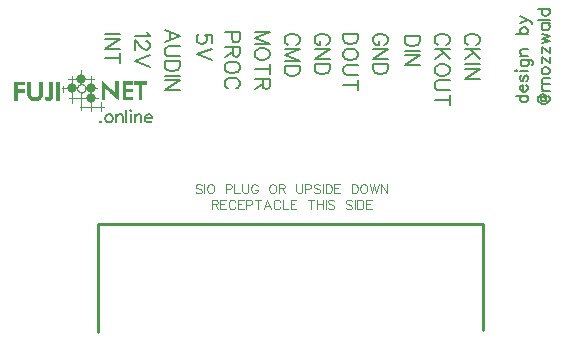
<source format=gbr>
G04 DipTrace 3.3.1.3*
G04 TopSilk.gbr*
%MOMM*%
G04 #@! TF.FileFunction,Legend,Top*
G04 #@! TF.Part,Single*
%ADD10C,0.25*%
%ADD12C,0.076*%
%ADD22C,0.1*%
%ADD23O,0.82835X0.82511*%
%ADD24O,0.8272X0.82511*%
%ADD41C,0.11765*%
%ADD42C,0.15686*%
%ADD43C,0.19608*%
%FSLAX35Y35*%
G04*
G71*
G90*
G75*
G01*
G04 TopSilk*
%LPD*%
X1762673Y3192900D2*
D22*
X1816746Y3192548D1*
X1568587Y3274777D2*
X1787754D1*
X1602642Y3294771D2*
Y3072970D1*
X1682255Y3350882D2*
Y3248447D1*
X1763249Y3294384D2*
Y2998872D1*
X1667299Y3033439D2*
X1871509D1*
X1682600Y3153721D2*
X1682255Y3013234D1*
X1846658Y3077159D2*
Y2998872D1*
X1822613Y3112395D2*
X1580552D1*
X1513825Y3192970D2*
X1602066Y3193287D1*
D23*
X1600916Y3192935D3*
D24*
X1762961Y3192653D3*
X1682082Y3275094D3*
X1762731Y3110635D3*
X1646590Y3193410D2*
D22*
X1646676Y3195911D1*
X1646933Y3198400D1*
X1647359Y3200864D1*
X1647954Y3203292D1*
X1648713Y3205672D1*
X1649634Y3207992D1*
X1650711Y3210242D1*
X1651939Y3212409D1*
X1653313Y3214483D1*
X1654826Y3216455D1*
X1656470Y3218315D1*
X1658238Y3220053D1*
X1660120Y3221662D1*
X1662108Y3223133D1*
X1664192Y3224459D1*
X1666362Y3225634D1*
X1668607Y3226652D1*
X1670916Y3227507D1*
X1673278Y3228197D1*
X1675681Y3228718D1*
X1678115Y3229066D1*
X1680566Y3229240D1*
X1683023D1*
X1685475Y3229066D1*
X1687908Y3228718D1*
X1690311Y3228197D1*
X1692673Y3227507D1*
X1694983Y3226652D1*
X1697227Y3225634D1*
X1699397Y3224459D1*
X1701481Y3223133D1*
X1703469Y3221662D1*
X1705351Y3220053D1*
X1707119Y3218315D1*
X1708763Y3216455D1*
X1710276Y3214483D1*
X1711650Y3212409D1*
X1712879Y3210242D1*
X1713956Y3207992D1*
X1714876Y3205672D1*
X1715636Y3203292D1*
X1716230Y3200864D1*
X1716657Y3198400D1*
X1716914Y3195911D1*
X1716999Y3193410D1*
X1716914Y3190909D1*
X1716657Y3188420D1*
X1716230Y3185956D1*
X1715636Y3183528D1*
X1714876Y3181148D1*
X1713956Y3178828D1*
X1712879Y3176578D1*
X1711650Y3174411D1*
X1710276Y3172337D1*
X1708763Y3170365D1*
X1707119Y3168505D1*
X1705351Y3166767D1*
X1703469Y3165158D1*
X1701481Y3163687D1*
X1699397Y3162361D1*
X1697227Y3161186D1*
X1694983Y3160168D1*
X1692673Y3159313D1*
X1690311Y3158623D1*
X1687908Y3158102D1*
X1685475Y3157754D1*
X1683023Y3157580D1*
X1680566D1*
X1678115Y3157754D1*
X1675681Y3158102D1*
X1673278Y3158623D1*
X1670916Y3159313D1*
X1668607Y3160168D1*
X1666362Y3161186D1*
X1664192Y3162361D1*
X1662108Y3163687D1*
X1660120Y3165158D1*
X1658238Y3166767D1*
X1656470Y3168505D1*
X1654826Y3170365D1*
X1653313Y3172337D1*
X1651939Y3174411D1*
X1650711Y3176578D1*
X1649634Y3178828D1*
X1648713Y3181148D1*
X1647954Y3183528D1*
X1647359Y3185956D1*
X1646933Y3188420D1*
X1646676Y3190909D1*
X1646590Y3193410D1*
X1526020Y3209092D2*
Y3166041D1*
X5079850Y1142877D2*
D10*
X5079853Y2047750D1*
X1825473D1*
Y1127000D1*
X1855994Y3251885D2*
D12*
X1859794D1*
X1969994D2*
X1992794D1*
X2030794D2*
X2114394D1*
X2129594D2*
X2232194D1*
X1855994Y3248085D2*
X1863594D1*
X1969994D2*
X1992794D1*
X2030794D2*
X2114394D1*
X2129594D2*
X2232194D1*
X1855994Y3244285D2*
X1867394D1*
X1969994D2*
X1992794D1*
X2030794D2*
X2114394D1*
X2129594D2*
X2232194D1*
X1855994Y3240485D2*
X1871194D1*
X1969994D2*
X1992794D1*
X2030794D2*
X2114394D1*
X2129594D2*
X2232194D1*
X1855994Y3236685D2*
X1874994D1*
X1969994D2*
X1992794D1*
X2030794D2*
X2114394D1*
X2129594D2*
X2232194D1*
X1855994Y3232885D2*
X1878794D1*
X1969994D2*
X1992794D1*
X2030794D2*
X2114394D1*
X2129594D2*
X2232194D1*
X1855994Y3229085D2*
X1882594D1*
X1969994D2*
X1992794D1*
X2030794D2*
X2053594D1*
X2167594D2*
X2190394D1*
X1855994Y3225285D2*
X1886394D1*
X1969994D2*
X1992794D1*
X2030794D2*
X2053594D1*
X2167594D2*
X2190394D1*
X1855994Y3221485D2*
X1890194D1*
X1969994D2*
X1992794D1*
X2030794D2*
X2053594D1*
X2167594D2*
X2190394D1*
X1855994Y3217685D2*
X1893994D1*
X1969994D2*
X1992794D1*
X2030794D2*
X2053594D1*
X2167594D2*
X2190394D1*
X1855994Y3213885D2*
X1897809D1*
X1969994D2*
X1992794D1*
X2030794D2*
X2053594D1*
X2167594D2*
X2190394D1*
X1855994Y3210085D2*
X1901743D1*
X1969994D2*
X1992794D1*
X2030794D2*
X2053594D1*
X2167594D2*
X2190394D1*
X1855994Y3206285D2*
X1906027D1*
X1969994D2*
X1992794D1*
X2030794D2*
X2053594D1*
X2167594D2*
X2190394D1*
X1855994Y3202485D2*
X1874994D1*
X1882007D2*
X1910737D1*
X1969994D2*
X1992794D1*
X2030794D2*
X2053594D1*
X2167594D2*
X2190394D1*
X1855994Y3198685D2*
X1874994D1*
X1884865D2*
X1915511D1*
X1969994D2*
X1992794D1*
X2030794D2*
X2053594D1*
X2167594D2*
X2190394D1*
X1855994Y3194885D2*
X1874994D1*
X1887696D2*
X1919974D1*
X1969994D2*
X1992794D1*
X2030794D2*
X2053594D1*
X2167594D2*
X2190394D1*
X1855994Y3191085D2*
X1874994D1*
X1890964D2*
X1924127D1*
X1969994D2*
X1992794D1*
X2030794D2*
X2114394D1*
X2167594D2*
X2190394D1*
X1855994Y3187285D2*
X1874994D1*
X1894895D2*
X1928088D1*
X1969994D2*
X1992794D1*
X2030794D2*
X2114394D1*
X2167594D2*
X2190394D1*
X1855994Y3183485D2*
X1874994D1*
X1899444D2*
X1931954D1*
X1969994D2*
X1992794D1*
X2030794D2*
X2114394D1*
X2167594D2*
X2190394D1*
X1855994Y3179685D2*
X1874994D1*
X1904151D2*
X1935780D1*
X1969994D2*
X1992794D1*
X2030794D2*
X2114394D1*
X2167594D2*
X2190394D1*
X1855994Y3175885D2*
X1874994D1*
X1908589D2*
X1939589D1*
X1969994D2*
X1992794D1*
X2030794D2*
X2114394D1*
X2167594D2*
X2190394D1*
X1855994Y3172085D2*
X1874994D1*
X1912732D2*
X1943393D1*
X1969994D2*
X1992794D1*
X2030794D2*
X2114394D1*
X2167594D2*
X2190394D1*
X1855994Y3168285D2*
X1874994D1*
X1916689D2*
X1947194D1*
X1969994D2*
X1992794D1*
X2030794D2*
X2053594D1*
X2167594D2*
X2190394D1*
X1855994Y3164485D2*
X1874994D1*
X1920555D2*
X1951009D1*
X1969980D2*
X1992794D1*
X2030794D2*
X2053594D1*
X2167594D2*
X2190394D1*
X1855994Y3160685D2*
X1874994D1*
X1924395D2*
X1954954D1*
X1969835D2*
X1992794D1*
X2030794D2*
X2053594D1*
X2167594D2*
X2190394D1*
X1855994Y3156885D2*
X1874994D1*
X1928338D2*
X1959341D1*
X1969248D2*
X1992794D1*
X2030794D2*
X2053594D1*
X2167594D2*
X2190394D1*
X1855994Y3153085D2*
X1874994D1*
X1932625D2*
X1964440D1*
X1967948D2*
X1992794D1*
X2030794D2*
X2053594D1*
X2167594D2*
X2190394D1*
X1855994Y3149285D2*
X1874994D1*
X1937337D2*
X1992794D1*
X2030794D2*
X2053594D1*
X2167594D2*
X2190394D1*
X1855994Y3145485D2*
X1874994D1*
X1942111D2*
X1992794D1*
X2030794D2*
X2053594D1*
X2167594D2*
X2190394D1*
X1855994Y3141685D2*
X1874994D1*
X1946574D2*
X1992794D1*
X2030794D2*
X2053594D1*
X2167594D2*
X2190394D1*
X1855994Y3137885D2*
X1874994D1*
X1950727D2*
X1992794D1*
X2030794D2*
X2053594D1*
X2167594D2*
X2190394D1*
X1855994Y3134085D2*
X1874994D1*
X1954688D2*
X1992794D1*
X2030794D2*
X2053594D1*
X2167594D2*
X2190394D1*
X1855994Y3130285D2*
X1874994D1*
X1958554D2*
X1992794D1*
X2030794D2*
X2053594D1*
X2167594D2*
X2190394D1*
X1855994Y3126485D2*
X1874994D1*
X1962380D2*
X1992794D1*
X2030794D2*
X2053594D1*
X2167594D2*
X2190394D1*
X1855994Y3122685D2*
X1874994D1*
X1966204D2*
X1992794D1*
X2030794D2*
X2053594D1*
X2167594D2*
X2190394D1*
X1855994Y3118885D2*
X1874994D1*
X1970141D2*
X1992794D1*
X2030794D2*
X2114394D1*
X2167594D2*
X2190394D1*
X1855994Y3115085D2*
X1874994D1*
X1974429D2*
X1992794D1*
X2030794D2*
X2114394D1*
X2167594D2*
X2190394D1*
X1855994Y3111285D2*
X1874994D1*
X1979172D2*
X1992794D1*
X2030794D2*
X2114394D1*
X2167594D2*
X2190394D1*
X1855994Y3107485D2*
X1874994D1*
X1984103D2*
X1992794D1*
X2030794D2*
X2114394D1*
X2167594D2*
X2190394D1*
X1855994Y3103685D2*
X1874994D1*
X1988994D2*
X1992794D1*
X2030794D2*
X2114394D1*
X2167594D2*
X2190394D1*
X1855994Y3099885D2*
X1874994D1*
X2030794D2*
X2114394D1*
X2167594D2*
X2190394D1*
X1110483Y3245127D2*
X1194083D1*
X1224483D2*
X1243483D1*
X1327083D2*
X1346083D1*
X1410683D2*
X1433483D1*
X1467683D2*
X1490483D1*
X1110483Y3241327D2*
X1194083D1*
X1224483D2*
X1243483D1*
X1327083D2*
X1346083D1*
X1410683D2*
X1433483D1*
X1467683D2*
X1490483D1*
X1110483Y3237527D2*
X1194083D1*
X1224483D2*
X1243483D1*
X1327083D2*
X1346083D1*
X1410683D2*
X1433483D1*
X1467683D2*
X1490483D1*
X1110483Y3233727D2*
X1194083D1*
X1224483D2*
X1243483D1*
X1327083D2*
X1346083D1*
X1410683D2*
X1433483D1*
X1467683D2*
X1490483D1*
X1110483Y3229927D2*
X1194083D1*
X1224483D2*
X1243483D1*
X1327083D2*
X1346083D1*
X1410683D2*
X1433483D1*
X1467683D2*
X1490483D1*
X1110483Y3226127D2*
X1194083D1*
X1224483D2*
X1243483D1*
X1327083D2*
X1346083D1*
X1410683D2*
X1433483D1*
X1467683D2*
X1490483D1*
X1110483Y3222327D2*
X1133283D1*
X1224483D2*
X1243483D1*
X1327083D2*
X1346083D1*
X1410683D2*
X1433483D1*
X1467683D2*
X1490483D1*
X1110483Y3218527D2*
X1133283D1*
X1224483D2*
X1243483D1*
X1327083D2*
X1346083D1*
X1410683D2*
X1433483D1*
X1467683D2*
X1490483D1*
X1110483Y3214727D2*
X1133283D1*
X1224483D2*
X1243483D1*
X1327083D2*
X1346083D1*
X1410683D2*
X1433483D1*
X1467683D2*
X1490483D1*
X1110483Y3210927D2*
X1133283D1*
X1224483D2*
X1243483D1*
X1327083D2*
X1346083D1*
X1410683D2*
X1433483D1*
X1467683D2*
X1490483D1*
X1110483Y3207127D2*
X1133283D1*
X1224483D2*
X1243483D1*
X1327083D2*
X1346083D1*
X1410683D2*
X1433483D1*
X1467683D2*
X1490483D1*
X1110483Y3203327D2*
X1133283D1*
X1224483D2*
X1243483D1*
X1327083D2*
X1346083D1*
X1410683D2*
X1433483D1*
X1467683D2*
X1490483D1*
X1110483Y3199527D2*
X1133283D1*
X1224483D2*
X1243483D1*
X1327083D2*
X1346083D1*
X1410683D2*
X1433483D1*
X1467683D2*
X1490483D1*
X1110483Y3195727D2*
X1133283D1*
X1224483D2*
X1243483D1*
X1327083D2*
X1346083D1*
X1410683D2*
X1433483D1*
X1467683D2*
X1490483D1*
X1110483Y3191927D2*
X1133283D1*
X1224483D2*
X1243483D1*
X1327083D2*
X1346083D1*
X1410683D2*
X1433483D1*
X1467683D2*
X1490483D1*
X1110483Y3188127D2*
X1133283D1*
X1224483D2*
X1243483D1*
X1327083D2*
X1346083D1*
X1410683D2*
X1433483D1*
X1467683D2*
X1490483D1*
X1110483Y3184327D2*
X1194083D1*
X1224483D2*
X1243483D1*
X1327083D2*
X1346083D1*
X1410683D2*
X1433483D1*
X1467683D2*
X1490483D1*
X1110483Y3180527D2*
X1194083D1*
X1224483D2*
X1243483D1*
X1327083D2*
X1346083D1*
X1410683D2*
X1433483D1*
X1467683D2*
X1490483D1*
X1110483Y3176727D2*
X1194083D1*
X1224483D2*
X1243483D1*
X1327083D2*
X1346083D1*
X1410683D2*
X1433483D1*
X1467683D2*
X1490483D1*
X1110483Y3172927D2*
X1194083D1*
X1224483D2*
X1243483D1*
X1327083D2*
X1346083D1*
X1410683D2*
X1433483D1*
X1467683D2*
X1490483D1*
X1110483Y3169127D2*
X1194083D1*
X1224483D2*
X1243483D1*
X1327083D2*
X1346083D1*
X1410683D2*
X1433483D1*
X1467683D2*
X1490483D1*
X1110483Y3165327D2*
X1194083D1*
X1224483D2*
X1243498D1*
X1327083D2*
X1346083D1*
X1410683D2*
X1433483D1*
X1467683D2*
X1490483D1*
X1110483Y3161527D2*
X1133283D1*
X1224483D2*
X1243632D1*
X1327068D2*
X1346083D1*
X1410683D2*
X1433483D1*
X1467683D2*
X1490483D1*
X1110483Y3157727D2*
X1133283D1*
X1224483D2*
X1244116D1*
X1326935D2*
X1346083D1*
X1410683D2*
X1433483D1*
X1467683D2*
X1490483D1*
X1110483Y3153927D2*
X1133283D1*
X1224483D2*
X1245026D1*
X1326451D2*
X1346083D1*
X1410683D2*
X1433483D1*
X1467683D2*
X1490483D1*
X1110483Y3150127D2*
X1133283D1*
X1224483D2*
X1246000D1*
X1325541D2*
X1346083D1*
X1410683D2*
X1433483D1*
X1467683D2*
X1490483D1*
X1110483Y3146327D2*
X1133283D1*
X1224483D2*
X1246678D1*
X1324551D2*
X1346083D1*
X1410683D2*
X1433483D1*
X1467683D2*
X1490483D1*
X1110483Y3142527D2*
X1133283D1*
X1224498D2*
X1247164D1*
X1323755D2*
X1346068D1*
X1410683D2*
X1433483D1*
X1467683D2*
X1490483D1*
X1110483Y3138727D2*
X1133283D1*
X1224632D2*
X1247824D1*
X1322904D2*
X1345935D1*
X1410683D2*
X1433483D1*
X1467683D2*
X1490483D1*
X1110483Y3134927D2*
X1133283D1*
X1225116D2*
X1248964D1*
X1321669D2*
X1345451D1*
X1410668D2*
X1433483D1*
X1467683D2*
X1490483D1*
X1110483Y3131127D2*
X1133283D1*
X1226041D2*
X1250745D1*
X1319847D2*
X1344526D1*
X1410520D2*
X1433483D1*
X1467683D2*
X1490483D1*
X1110483Y3127327D2*
X1133283D1*
X1227164D2*
X1253079D1*
X1317493D2*
X1343403D1*
X1409843D2*
X1433468D1*
X1467683D2*
X1490483D1*
X1110483Y3123527D2*
X1133283D1*
X1228444D2*
X1258971D1*
X1311598D2*
X1342122D1*
X1408524D2*
X1433335D1*
X1467683D2*
X1490483D1*
X1110483Y3119727D2*
X1133283D1*
X1230206D2*
X1269052D1*
X1301515D2*
X1340361D1*
X1380283D2*
X1384083D1*
X1403755D2*
X1432836D1*
X1467683D2*
X1490483D1*
X1110483Y3115927D2*
X1133283D1*
X1232415D2*
X1284917D1*
X1285650D2*
X1338152D1*
X1376658D2*
X1393227D1*
X1396585D2*
X1431792D1*
X1467683D2*
X1490483D1*
X1110483Y3112127D2*
X1133283D1*
X1234900D2*
X1335667D1*
X1373642D2*
X1430319D1*
X1467683D2*
X1490483D1*
X1110483Y3108327D2*
X1133283D1*
X1238131D2*
X1332436D1*
X1371385D2*
X1428583D1*
X1467683D2*
X1490483D1*
X1110483Y3104527D2*
X1133283D1*
X1242858D2*
X1327709D1*
X1371780D2*
X1426479D1*
X1467683D2*
X1490483D1*
X1110483Y3100727D2*
X1133283D1*
X1249369D2*
X1321198D1*
X1375459D2*
X1423536D1*
X1467683D2*
X1490483D1*
X1110483Y3096927D2*
X1133283D1*
X1257437D2*
X1313130D1*
X1381084D2*
X1419365D1*
X1467683D2*
X1490483D1*
X1110483Y3093127D2*
X1133283D1*
X1266283D2*
X1304283D1*
X1387883D2*
X1414483D1*
X1467683D2*
X1490483D1*
X1855994Y3251885D2*
Y3248085D1*
Y3244285D1*
Y3240485D1*
Y3236685D1*
Y3232885D1*
Y3229085D1*
Y3225285D1*
Y3221485D1*
Y3217685D1*
Y3213885D1*
Y3210085D1*
Y3206285D1*
Y3202485D1*
Y3198685D1*
Y3194885D1*
Y3191085D1*
Y3187285D1*
Y3183485D1*
Y3179685D1*
Y3175885D1*
Y3172085D1*
Y3168285D1*
Y3164485D1*
Y3160685D1*
Y3156885D1*
Y3153085D1*
Y3149285D1*
Y3145485D1*
Y3141685D1*
Y3137885D1*
Y3134085D1*
Y3130285D1*
Y3126485D1*
Y3122685D1*
Y3118885D1*
Y3115085D1*
Y3111285D1*
Y3107485D1*
Y3103685D1*
Y3099885D1*
X1859794Y3251885D2*
X1863594Y3248085D1*
X1867394Y3244285D1*
X1871194Y3240485D1*
X1874994Y3236685D1*
X1878794Y3232885D1*
X1882594Y3229085D1*
X1886394Y3225285D1*
X1890194Y3221485D1*
X1893994Y3217685D1*
X1897809Y3213885D1*
X1901743Y3210085D1*
X1906027Y3206285D1*
X1910737Y3202485D1*
X1915511Y3198685D1*
X1919974Y3194885D1*
X1924127Y3191085D1*
X1928088Y3187285D1*
X1931954Y3183485D1*
X1935780Y3179685D1*
X1939589Y3175885D1*
X1943393Y3172085D1*
X1947194Y3168285D1*
X1951009Y3164485D1*
X1954954Y3160685D1*
X1959341Y3156885D1*
X1964440Y3153085D1*
X1969994Y3149285D1*
Y3251885D2*
Y3248085D1*
Y3244285D1*
Y3240485D1*
Y3236685D1*
Y3232885D1*
Y3229085D1*
Y3225285D1*
Y3221485D1*
Y3217685D1*
Y3213885D1*
Y3210085D1*
Y3206285D1*
Y3202485D1*
Y3198685D1*
Y3194885D1*
Y3191085D1*
Y3187285D1*
Y3183485D1*
Y3179685D1*
Y3175885D1*
Y3172085D1*
Y3168285D1*
X1969980Y3164485D1*
X1969835Y3160685D1*
X1969248Y3156885D1*
X1967948Y3153085D1*
X1966194Y3149285D1*
X1992794Y3251885D2*
Y3248085D1*
Y3244285D1*
Y3240485D1*
Y3236685D1*
Y3232885D1*
Y3229085D1*
Y3225285D1*
Y3221485D1*
Y3217685D1*
Y3213885D1*
Y3210085D1*
Y3206285D1*
Y3202485D1*
Y3198685D1*
Y3194885D1*
Y3191085D1*
Y3187285D1*
Y3183485D1*
Y3179685D1*
Y3175885D1*
Y3172085D1*
Y3168285D1*
Y3164485D1*
Y3160685D1*
Y3156885D1*
Y3153085D1*
Y3149285D1*
Y3145485D1*
Y3141685D1*
Y3137885D1*
Y3134085D1*
Y3130285D1*
Y3126485D1*
Y3122685D1*
Y3118885D1*
Y3115085D1*
Y3111285D1*
Y3107485D1*
Y3103685D1*
X2030794Y3251885D2*
Y3248085D1*
Y3244285D1*
Y3240485D1*
Y3236685D1*
Y3232885D1*
Y3229085D1*
Y3225285D1*
Y3221485D1*
Y3217685D1*
Y3213885D1*
Y3210085D1*
Y3206285D1*
Y3202485D1*
Y3198685D1*
Y3194885D1*
Y3191085D1*
Y3187285D1*
Y3183485D1*
Y3179685D1*
Y3175885D1*
Y3172085D1*
Y3168285D1*
Y3164485D1*
Y3160685D1*
Y3156885D1*
Y3153085D1*
Y3149285D1*
Y3145485D1*
Y3141685D1*
Y3137885D1*
Y3134085D1*
Y3130285D1*
Y3126485D1*
Y3122685D1*
Y3118885D1*
Y3115085D1*
Y3111285D1*
Y3107485D1*
Y3103685D1*
Y3099885D1*
X2114394Y3251885D2*
Y3248085D1*
Y3244285D1*
Y3240485D1*
Y3236685D1*
Y3232885D1*
X2129594Y3251885D2*
Y3248085D1*
Y3244285D1*
Y3240485D1*
Y3236685D1*
Y3232885D1*
Y3229085D1*
X2167594D1*
Y3225285D1*
Y3221485D1*
Y3217685D1*
Y3213885D1*
Y3210085D1*
Y3206285D1*
Y3202485D1*
Y3198685D1*
Y3194885D1*
Y3191085D1*
Y3187285D1*
Y3183485D1*
Y3179685D1*
Y3175885D1*
Y3172085D1*
Y3168285D1*
Y3164485D1*
Y3160685D1*
Y3156885D1*
Y3153085D1*
Y3149285D1*
Y3145485D1*
Y3141685D1*
Y3137885D1*
Y3134085D1*
Y3130285D1*
Y3126485D1*
Y3122685D1*
Y3118885D1*
Y3115085D1*
Y3111285D1*
Y3107485D1*
Y3103685D1*
Y3099885D1*
X2232194Y3251885D2*
Y3248085D1*
Y3244285D1*
Y3240485D1*
Y3236685D1*
Y3232885D1*
Y3229085D1*
X2190394D1*
Y3225285D1*
Y3221485D1*
Y3217685D1*
Y3213885D1*
Y3210085D1*
Y3206285D1*
Y3202485D1*
Y3198685D1*
Y3194885D1*
Y3191085D1*
Y3187285D1*
Y3183485D1*
Y3179685D1*
Y3175885D1*
Y3172085D1*
Y3168285D1*
Y3164485D1*
Y3160685D1*
Y3156885D1*
Y3153085D1*
Y3149285D1*
Y3145485D1*
Y3141685D1*
Y3137885D1*
Y3134085D1*
Y3130285D1*
Y3126485D1*
Y3122685D1*
Y3118885D1*
Y3115085D1*
Y3111285D1*
Y3107485D1*
Y3103685D1*
Y3099885D1*
X2053594Y3232885D2*
Y3229085D1*
Y3225285D1*
Y3221485D1*
Y3217685D1*
Y3213885D1*
Y3210085D1*
Y3206285D1*
Y3202485D1*
Y3198685D1*
Y3194885D1*
Y3191085D1*
X1874994Y3206285D2*
Y3202485D1*
Y3198685D1*
Y3194885D1*
Y3191085D1*
Y3187285D1*
Y3183485D1*
Y3179685D1*
Y3175885D1*
Y3172085D1*
Y3168285D1*
Y3164485D1*
Y3160685D1*
Y3156885D1*
Y3153085D1*
Y3149285D1*
Y3145485D1*
Y3141685D1*
Y3137885D1*
Y3134085D1*
Y3130285D1*
Y3126485D1*
Y3122685D1*
Y3118885D1*
Y3115085D1*
Y3111285D1*
Y3107485D1*
Y3103685D1*
Y3099885D1*
X1878794Y3206285D2*
X1882007Y3202485D1*
X1884865Y3198685D1*
X1887696Y3194885D1*
X1890964Y3191085D1*
X1894895Y3187285D1*
X1899444Y3183485D1*
X1904151Y3179685D1*
X1908589Y3175885D1*
X1912732Y3172085D1*
X1916689Y3168285D1*
X1920555Y3164485D1*
X1924395Y3160685D1*
X1928338Y3156885D1*
X1932625Y3153085D1*
X1937337Y3149285D1*
X1942111Y3145485D1*
X1946574Y3141685D1*
X1950727Y3137885D1*
X1954688Y3134085D1*
X1958554Y3130285D1*
X1962380Y3126485D1*
X1966204Y3122685D1*
X1970141Y3118885D1*
X1974429Y3115085D1*
X1979172Y3111285D1*
X1984103Y3107485D1*
X1988994Y3103685D1*
X2114394Y3191085D2*
Y3187285D1*
Y3183485D1*
Y3179685D1*
Y3175885D1*
Y3172085D1*
X2053594D2*
Y3168285D1*
Y3164485D1*
Y3160685D1*
Y3156885D1*
Y3153085D1*
Y3149285D1*
Y3145485D1*
Y3141685D1*
Y3137885D1*
Y3134085D1*
Y3130285D1*
Y3126485D1*
Y3122685D1*
Y3118885D1*
X2114394D2*
Y3115085D1*
Y3111285D1*
Y3107485D1*
Y3103685D1*
Y3099885D1*
X1110483Y3245127D2*
Y3241327D1*
Y3237527D1*
Y3233727D1*
Y3229927D1*
Y3226127D1*
Y3222327D1*
Y3218527D1*
Y3214727D1*
Y3210927D1*
Y3207127D1*
Y3203327D1*
Y3199527D1*
Y3195727D1*
Y3191927D1*
Y3188127D1*
Y3184327D1*
Y3180527D1*
Y3176727D1*
Y3172927D1*
Y3169127D1*
Y3165327D1*
Y3161527D1*
Y3157727D1*
Y3153927D1*
Y3150127D1*
Y3146327D1*
Y3142527D1*
Y3138727D1*
Y3134927D1*
Y3131127D1*
Y3127327D1*
Y3123527D1*
Y3119727D1*
Y3115927D1*
Y3112127D1*
Y3108327D1*
Y3104527D1*
Y3100727D1*
Y3096927D1*
Y3093127D1*
X1194083Y3245127D2*
Y3241327D1*
Y3237527D1*
Y3233727D1*
Y3229927D1*
Y3226127D1*
X1224483Y3245127D2*
Y3241327D1*
Y3237527D1*
Y3233727D1*
Y3229927D1*
Y3226127D1*
Y3222327D1*
Y3218527D1*
Y3214727D1*
Y3210927D1*
Y3207127D1*
Y3203327D1*
Y3199527D1*
Y3195727D1*
Y3191927D1*
Y3188127D1*
Y3184327D1*
Y3180527D1*
Y3176727D1*
Y3172927D1*
Y3169127D1*
Y3165327D1*
Y3161527D1*
Y3157727D1*
Y3153927D1*
Y3150127D1*
Y3146327D1*
X1224498Y3142527D1*
X1224632Y3138727D1*
X1225116Y3134927D1*
X1226041Y3131127D1*
X1227164Y3127327D1*
X1228444Y3123527D1*
X1230206Y3119727D1*
X1232415Y3115927D1*
X1234900Y3112127D1*
X1238131Y3108327D1*
X1242858Y3104527D1*
X1249369Y3100727D1*
X1257437Y3096927D1*
X1266283Y3093127D1*
X1243483Y3245127D2*
Y3241327D1*
Y3237527D1*
Y3233727D1*
Y3229927D1*
Y3226127D1*
Y3222327D1*
Y3218527D1*
Y3214727D1*
Y3210927D1*
Y3207127D1*
Y3203327D1*
Y3199527D1*
Y3195727D1*
Y3191927D1*
Y3188127D1*
Y3184327D1*
Y3180527D1*
Y3176727D1*
Y3172927D1*
Y3169127D1*
X1243498Y3165327D1*
X1243632Y3161527D1*
X1244116Y3157727D1*
X1245026Y3153927D1*
X1246000Y3150127D1*
X1246678Y3146327D1*
X1247164Y3142527D1*
X1247824Y3138727D1*
X1248964Y3134927D1*
X1250745Y3131127D1*
X1253079Y3127327D1*
X1258971Y3123527D1*
X1269052Y3119727D1*
X1284917Y3115927D1*
X1304283Y3112127D1*
X1327083Y3245127D2*
Y3241327D1*
Y3237527D1*
Y3233727D1*
Y3229927D1*
Y3226127D1*
Y3222327D1*
Y3218527D1*
Y3214727D1*
Y3210927D1*
Y3207127D1*
Y3203327D1*
Y3199527D1*
Y3195727D1*
Y3191927D1*
Y3188127D1*
Y3184327D1*
Y3180527D1*
Y3176727D1*
Y3172927D1*
Y3169127D1*
Y3165327D1*
X1327068Y3161527D1*
X1326935Y3157727D1*
X1326451Y3153927D1*
X1325541Y3150127D1*
X1324551Y3146327D1*
X1323755Y3142527D1*
X1322904Y3138727D1*
X1321669Y3134927D1*
X1319847Y3131127D1*
X1317493Y3127327D1*
X1311598Y3123527D1*
X1301515Y3119727D1*
X1285650Y3115927D1*
X1266283Y3112127D1*
X1346083Y3245127D2*
Y3241327D1*
Y3237527D1*
Y3233727D1*
Y3229927D1*
Y3226127D1*
Y3222327D1*
Y3218527D1*
Y3214727D1*
Y3210927D1*
Y3207127D1*
Y3203327D1*
Y3199527D1*
Y3195727D1*
Y3191927D1*
Y3188127D1*
Y3184327D1*
Y3180527D1*
Y3176727D1*
Y3172927D1*
Y3169127D1*
Y3165327D1*
Y3161527D1*
Y3157727D1*
Y3153927D1*
Y3150127D1*
Y3146327D1*
X1346068Y3142527D1*
X1345935Y3138727D1*
X1345451Y3134927D1*
X1344526Y3131127D1*
X1343403Y3127327D1*
X1342122Y3123527D1*
X1340361Y3119727D1*
X1338152Y3115927D1*
X1335667Y3112127D1*
X1332436Y3108327D1*
X1327709Y3104527D1*
X1321198Y3100727D1*
X1313130Y3096927D1*
X1304283Y3093127D1*
X1410683Y3245127D2*
Y3241327D1*
Y3237527D1*
Y3233727D1*
Y3229927D1*
Y3226127D1*
Y3222327D1*
Y3218527D1*
Y3214727D1*
Y3210927D1*
Y3207127D1*
Y3203327D1*
Y3199527D1*
Y3195727D1*
Y3191927D1*
Y3188127D1*
Y3184327D1*
Y3180527D1*
Y3176727D1*
Y3172927D1*
Y3169127D1*
Y3165327D1*
Y3161527D1*
Y3157727D1*
Y3153927D1*
Y3150127D1*
Y3146327D1*
Y3142527D1*
Y3138727D1*
X1410668Y3134927D1*
X1410520Y3131127D1*
X1409843Y3127327D1*
X1408524Y3123527D1*
X1403755Y3119727D1*
X1396585Y3115927D1*
X1387883Y3112127D1*
X1433483Y3245127D2*
Y3241327D1*
Y3237527D1*
Y3233727D1*
Y3229927D1*
Y3226127D1*
Y3222327D1*
Y3218527D1*
Y3214727D1*
Y3210927D1*
Y3207127D1*
Y3203327D1*
Y3199527D1*
Y3195727D1*
Y3191927D1*
Y3188127D1*
Y3184327D1*
Y3180527D1*
Y3176727D1*
Y3172927D1*
Y3169127D1*
Y3165327D1*
Y3161527D1*
Y3157727D1*
Y3153927D1*
Y3150127D1*
Y3146327D1*
Y3142527D1*
Y3138727D1*
Y3134927D1*
Y3131127D1*
X1433468Y3127327D1*
X1433335Y3123527D1*
X1432836Y3119727D1*
X1431792Y3115927D1*
X1430319Y3112127D1*
X1428583Y3108327D1*
X1426479Y3104527D1*
X1423536Y3100727D1*
X1419365Y3096927D1*
X1414483Y3093127D1*
X1467683Y3245127D2*
Y3241327D1*
Y3237527D1*
Y3233727D1*
Y3229927D1*
Y3226127D1*
Y3222327D1*
Y3218527D1*
Y3214727D1*
Y3210927D1*
Y3207127D1*
Y3203327D1*
Y3199527D1*
Y3195727D1*
Y3191927D1*
Y3188127D1*
Y3184327D1*
Y3180527D1*
Y3176727D1*
Y3172927D1*
Y3169127D1*
Y3165327D1*
Y3161527D1*
Y3157727D1*
Y3153927D1*
Y3150127D1*
Y3146327D1*
Y3142527D1*
Y3138727D1*
Y3134927D1*
Y3131127D1*
Y3127327D1*
Y3123527D1*
Y3119727D1*
Y3115927D1*
Y3112127D1*
Y3108327D1*
Y3104527D1*
Y3100727D1*
Y3096927D1*
Y3093127D1*
X1490483Y3245127D2*
Y3241327D1*
Y3237527D1*
Y3233727D1*
Y3229927D1*
Y3226127D1*
Y3222327D1*
Y3218527D1*
Y3214727D1*
Y3210927D1*
Y3207127D1*
Y3203327D1*
Y3199527D1*
Y3195727D1*
Y3191927D1*
Y3188127D1*
Y3184327D1*
Y3180527D1*
Y3176727D1*
Y3172927D1*
Y3169127D1*
Y3165327D1*
Y3161527D1*
Y3157727D1*
Y3153927D1*
Y3150127D1*
Y3146327D1*
Y3142527D1*
Y3138727D1*
Y3134927D1*
Y3131127D1*
Y3127327D1*
Y3123527D1*
Y3119727D1*
Y3115927D1*
Y3112127D1*
Y3108327D1*
Y3104527D1*
Y3100727D1*
Y3096927D1*
Y3093127D1*
X1133283Y3226127D2*
Y3222327D1*
Y3218527D1*
Y3214727D1*
Y3210927D1*
Y3207127D1*
Y3203327D1*
Y3199527D1*
Y3195727D1*
Y3191927D1*
Y3188127D1*
Y3184327D1*
X1194083D2*
Y3180527D1*
Y3176727D1*
Y3172927D1*
Y3169127D1*
Y3165327D1*
X1133283D2*
Y3161527D1*
Y3157727D1*
Y3153927D1*
Y3150127D1*
Y3146327D1*
Y3142527D1*
Y3138727D1*
Y3134927D1*
Y3131127D1*
Y3127327D1*
Y3123527D1*
Y3119727D1*
Y3115927D1*
Y3112127D1*
Y3108327D1*
Y3104527D1*
Y3100727D1*
Y3096927D1*
Y3093127D1*
X1380283Y3119727D2*
X1376658Y3115927D1*
X1373642Y3112127D1*
X1371385Y3108327D1*
X1371780Y3104527D1*
X1375459Y3100727D1*
X1381084Y3096927D1*
X1387883Y3093127D1*
X1384083Y3119727D2*
X1393227Y3115927D1*
X1403083Y3112127D1*
X5361140Y3132048D2*
D42*
X5463228D1*
X5409769D2*
X5399999Y3122389D1*
X5395169Y3112619D1*
Y3098019D1*
X5399999Y3088360D1*
X5409769Y3078589D1*
X5424369Y3073760D1*
X5434028D1*
X5448628Y3078589D1*
X5458286Y3088360D1*
X5463228Y3098019D1*
Y3112618D1*
X5458286Y3122389D1*
X5448628Y3132048D1*
X5424369Y3163420D2*
Y3221708D1*
X5414599D1*
X5404828Y3216879D1*
X5399999Y3212049D1*
X5395169Y3202279D1*
Y3187679D1*
X5399999Y3178020D1*
X5409769Y3168249D1*
X5424369Y3163420D1*
X5434028D1*
X5448628Y3168249D1*
X5458286Y3178020D1*
X5463228Y3187679D1*
Y3202279D1*
X5458286Y3212049D1*
X5448628Y3221708D1*
X5409769Y3306539D2*
X5399999Y3301710D1*
X5395169Y3287110D1*
Y3272510D1*
X5399999Y3257910D1*
X5409769Y3253080D1*
X5419428Y3257910D1*
X5424369Y3267680D1*
X5429199Y3291939D1*
X5434028Y3301710D1*
X5443799Y3306539D1*
X5448628D1*
X5458286Y3301710D1*
X5463228Y3287110D1*
Y3272510D1*
X5458286Y3257910D1*
X5448628Y3253080D1*
X5361140Y3337911D2*
X5365969Y3342741D1*
X5361140Y3347682D1*
X5356199Y3342741D1*
X5361140Y3337911D1*
X5395169Y3342741D2*
X5463228D1*
X5399999Y3437342D2*
X5477828D1*
X5492315Y3432513D1*
X5497257Y3427684D1*
X5502086Y3417913D1*
Y3403313D1*
X5497257Y3393655D1*
X5414599Y3437342D2*
X5404940Y3427684D1*
X5399999Y3417913D1*
Y3403313D1*
X5404940Y3393655D1*
X5414599Y3383884D1*
X5429199Y3379055D1*
X5438969D1*
X5453457Y3383884D1*
X5463228Y3393655D1*
X5468057Y3403313D1*
Y3417913D1*
X5463228Y3427684D1*
X5453457Y3437342D1*
X5395169Y3468715D2*
X5463228D1*
X5414599D2*
X5399999Y3483315D1*
X5395169Y3493086D1*
Y3507573D1*
X5399999Y3517344D1*
X5414599Y3522173D1*
X5463228D1*
X5361140Y3652303D2*
X5463228D1*
X5409769D2*
X5399999Y3662074D1*
X5395169Y3671732D1*
Y3686332D1*
X5399999Y3695991D1*
X5409769Y3705762D1*
X5424369Y3710591D1*
X5434028D1*
X5448628Y3705761D1*
X5458286Y3695991D1*
X5463228Y3686332D1*
Y3671732D1*
X5458286Y3662074D1*
X5448628Y3652303D1*
X5395169Y3746905D2*
X5463228Y3775993D1*
X5482657Y3766334D1*
X5492428Y3756563D1*
X5497257Y3746905D1*
Y3741963D1*
X5395169Y3805193D2*
X5463228Y3775993D1*
X5570214Y3117005D2*
Y3102405D1*
X5575043Y3092747D1*
X5579873Y3087805D1*
X5589643Y3082976D1*
X5609073D1*
X5613902Y3087805D1*
Y3097576D1*
X5609073Y3117005D1*
X5618731Y3121834D1*
Y3126664D1*
X5609073Y3136434D1*
X5584814Y3141264D1*
X5570214Y3136434D1*
X5560444Y3131605D1*
X5550785Y3121834D1*
X5545956Y3112176D1*
Y3092747D1*
X5550785Y3082976D1*
X5560443Y3073318D1*
X5570214Y3068376D1*
X5584814Y3063547D1*
X5609073D1*
X5623673Y3068376D1*
X5633331Y3073318D1*
X5643102Y3082976D1*
X5647931Y3092747D1*
Y3112176D1*
X5643102Y3121834D1*
X5633331Y3131605D1*
X5565385Y3117005D2*
X5609073D1*
X5579873Y3172636D2*
X5647931D1*
X5599302D2*
X5584702Y3187236D1*
X5579873Y3197007D1*
Y3211495D1*
X5584702Y3221265D1*
X5599302Y3226094D1*
X5647931D1*
X5599302D2*
X5584702Y3240694D1*
X5579873Y3250465D1*
Y3264953D1*
X5584702Y3274724D1*
X5599302Y3279665D1*
X5647931D1*
X5579873Y3335296D2*
X5584702Y3325638D1*
X5594473Y3315867D1*
X5609073Y3311038D1*
X5618731D1*
X5633331Y3315867D1*
X5642990Y3325638D1*
X5647931Y3335296D1*
Y3349896D1*
X5642990Y3359667D1*
X5633331Y3369325D1*
X5618731Y3374267D1*
X5609073D1*
X5594473Y3369325D1*
X5584702Y3359667D1*
X5579873Y3349896D1*
Y3335296D1*
Y3405640D2*
Y3459098D1*
X5647931Y3405640D1*
Y3459098D1*
X5579873Y3490471D2*
Y3543929D1*
X5647931Y3490471D1*
Y3543929D1*
X5579873Y3575302D2*
X5647931Y3594731D1*
X5579873Y3614160D1*
X5647931Y3633589D1*
X5579873Y3653018D1*
Y3742679D2*
X5647931D1*
X5594473D2*
X5584702Y3733020D1*
X5579873Y3723249D1*
Y3708762D1*
X5584702Y3698991D1*
X5594473Y3689333D1*
X5609073Y3684391D1*
X5618731D1*
X5633331Y3689333D1*
X5642990Y3698991D1*
X5647931Y3708762D1*
Y3723249D1*
X5642990Y3733020D1*
X5633331Y3742679D1*
X5545843Y3774051D2*
X5647931D1*
X5545843Y3863711D2*
X5647931D1*
X5594473D2*
X5584702Y3854053D1*
X5579873Y3844282D1*
Y3829682D1*
X5584702Y3820024D1*
X5594473Y3810253D1*
X5609073Y3805424D1*
X5618731D1*
X5633331Y3810253D1*
X5642990Y3820024D1*
X5647931Y3829682D1*
Y3844282D1*
X5642990Y3854053D1*
X5633331Y3863711D1*
X1846529Y2914840D2*
X1841700Y2909898D1*
X1846529Y2905069D1*
X1851471Y2909898D1*
X1846529Y2914840D1*
X1907102Y2973127D2*
X1897443Y2968298D1*
X1887672Y2958527D1*
X1882843Y2943927D1*
Y2934269D1*
X1887672Y2919669D1*
X1897443Y2910010D1*
X1907102Y2905069D1*
X1921702D1*
X1931472Y2910010D1*
X1941131Y2919669D1*
X1946072Y2934269D1*
Y2943927D1*
X1941131Y2958527D1*
X1931472Y2968298D1*
X1921702Y2973127D1*
X1907102D1*
X1977445D2*
Y2905069D1*
Y2953698D2*
X1992045Y2968298D1*
X2001816Y2973127D1*
X2016303D1*
X2026074Y2968298D1*
X2030903Y2953698D1*
Y2905069D1*
X2062276Y3007157D2*
Y2905069D1*
X2093648Y3007157D2*
X2098478Y3002327D1*
X2103419Y3007157D1*
X2098478Y3012098D1*
X2093648Y3007157D1*
X2098478Y2973127D2*
Y2905069D1*
X2134792Y2973127D2*
Y2905069D1*
Y2953698D2*
X2149392Y2968298D1*
X2159163Y2973127D1*
X2173650D1*
X2183421Y2968298D1*
X2188250Y2953698D1*
Y2905069D1*
X2219623Y2943927D2*
X2277910D1*
Y2953698D1*
X2273081Y2963469D1*
X2268252Y2968298D1*
X2258481Y2973127D1*
X2243881D1*
X2234223Y2968298D1*
X2224452Y2958527D1*
X2219623Y2943927D1*
Y2934269D1*
X2224452Y2919669D1*
X2234223Y2910010D1*
X2243881Y2905069D1*
X2258481D1*
X2268252Y2910010D1*
X2277910Y2919669D1*
X2007305Y3652849D2*
D43*
X1879695D1*
X2007305Y3528560D2*
X1879695Y3528561D1*
X2007305Y3613633D1*
X1879695Y3613634D1*
X2007305Y3446808D2*
X1879695D1*
X2007305Y3489345D2*
Y3404272D1*
X2236878Y3668726D2*
X2243055Y3656512D1*
X2261164Y3638262D1*
X2133695D1*
X2230841Y3592870D2*
X2236878D1*
X2249091Y3586833D1*
X2255128Y3580797D1*
X2261164Y3568583D1*
Y3544297D1*
X2255128Y3532224D1*
X2249091Y3526187D1*
X2236878Y3520010D1*
X2224805D1*
X2212591Y3526187D1*
X2194482Y3538260D1*
X2133695Y3599047D1*
Y3513974D1*
X2261305Y3474758D2*
X2133695Y3426185D1*
X2261305Y3377612D1*
X2387695Y3587316D2*
X2515305Y3636029D1*
X2387695Y3684602D1*
X2430232Y3666352D2*
Y3605566D1*
X2515305Y3548100D2*
X2424195D1*
X2405945Y3542064D1*
X2393872Y3529850D1*
X2387695Y3511600D1*
Y3499527D1*
X2393872Y3481277D1*
X2405945Y3469064D1*
X2424195Y3463027D1*
X2515305D1*
Y3423812D2*
X2387695D1*
Y3381275D1*
X2393872Y3363025D1*
X2405945Y3350812D1*
X2418159Y3344775D1*
X2436268Y3338739D1*
X2466732D1*
X2484982Y3344775D1*
X2497055Y3350812D1*
X2509268Y3363025D1*
X2515305Y3381275D1*
Y3423812D1*
Y3299523D2*
X2387695D1*
X2515305Y3175234D2*
X2387695D1*
X2515305Y3260307D1*
X2387695D1*
X2785038Y3579993D2*
Y3640639D1*
X2730428Y3646675D1*
X2736465Y3640639D1*
X2742642Y3622389D1*
Y3604279D1*
X2736465Y3586029D1*
X2724392Y3573816D1*
X2706142Y3567779D1*
X2694068Y3567780D1*
X2675818Y3573816D1*
X2663605Y3586030D1*
X2657568Y3604280D1*
Y3622389D1*
X2663605Y3640639D1*
X2669782Y3646675D1*
X2681855Y3652852D1*
X2785178Y3528564D2*
X2657569Y3479991D1*
X2785178Y3431418D1*
X2956482Y3668726D2*
Y3613976D1*
X2962518Y3595866D1*
X2968695Y3589689D1*
X2980768Y3583653D1*
X2999018D1*
X3011091Y3589689D1*
X3017268Y3595866D1*
X3023305Y3613976D1*
Y3668726D1*
X2895695D1*
X2962518Y3544437D2*
Y3489828D1*
X2968695Y3471578D1*
X2974732Y3465401D1*
X2986805Y3459364D1*
X2999018D1*
X3011091Y3465401D1*
X3017268Y3471578D1*
X3023305Y3489828D1*
Y3544437D1*
X2895695D1*
X2962518Y3501901D2*
X2895695Y3459364D1*
X3023305Y3383648D2*
X3017268Y3395862D1*
X3005055Y3407935D1*
X2992982Y3414112D1*
X2974732Y3420148D1*
X2944268Y3420149D1*
X2926159Y3414112D1*
X2913945Y3407935D1*
X2901872Y3395862D1*
X2895695Y3383649D1*
Y3359362D1*
X2901872Y3347289D1*
X2913945Y3335075D1*
X2926159Y3329039D1*
X2944268Y3323002D1*
X2974732D1*
X2992982Y3329039D1*
X3005055Y3335075D1*
X3017268Y3347289D1*
X3023305Y3359362D1*
Y3383648D1*
X2992982Y3192677D2*
X3005055Y3198714D1*
X3017268Y3210927D1*
X3023305Y3223000D1*
Y3247287D1*
X3017268Y3259500D1*
X3005055Y3271573D1*
X2992982Y3277750D1*
X2974732Y3283787D1*
X2944268D1*
X2926159Y3277750D1*
X2913945Y3271573D1*
X2901872Y3259500D1*
X2895695Y3247287D1*
Y3223000D1*
X2901872Y3210927D1*
X2913945Y3198714D1*
X2926159Y3192677D1*
X3149695Y3571580D2*
X3277305D1*
X3149695Y3620153D1*
X3277305Y3668726D1*
X3149695D1*
X3277305Y3495864D2*
X3271268Y3508078D1*
X3259055Y3520151D1*
X3246982Y3526328D1*
X3228732Y3532364D1*
X3198268D1*
X3180159Y3526328D1*
X3167945Y3520151D1*
X3155872Y3508078D1*
X3149695Y3495864D1*
Y3471578D1*
X3155872Y3459505D1*
X3167945Y3447291D1*
X3180159Y3441255D1*
X3198268Y3435218D1*
X3228732D1*
X3246982Y3441255D1*
X3259055Y3447291D1*
X3271268Y3459504D1*
X3277305Y3471578D1*
Y3495864D1*
Y3353466D2*
X3149695D1*
X3277305Y3396002D2*
Y3310929D1*
X3216518Y3271714D2*
Y3217104D1*
X3222695Y3198854D1*
X3228732Y3192677D1*
X3240805Y3186641D1*
X3253018D1*
X3265091Y3192677D1*
X3271268Y3198854D1*
X3277305Y3217104D1*
Y3271714D1*
X3149695D1*
X3216518Y3229177D2*
X3149695Y3186641D1*
X3500982Y3561743D2*
X3513055Y3567779D1*
X3525268Y3579993D1*
X3531305Y3592066D1*
Y3616352D1*
X3525268Y3628566D1*
X3513055Y3640639D1*
X3500982Y3646816D1*
X3482732Y3652852D1*
X3452268D1*
X3434159Y3646816D1*
X3421945Y3640639D1*
X3409872Y3628566D1*
X3403695Y3616353D1*
Y3592066D1*
X3409872Y3579993D1*
X3421945Y3567780D1*
X3434159Y3561743D1*
X3403695Y3425381D2*
X3531305D1*
X3403695Y3473954D1*
X3531305Y3522527D1*
X3403695D1*
X3531305Y3386166D2*
X3403695D1*
Y3343629D1*
X3409872Y3325379D1*
X3421945Y3313166D1*
X3434159Y3307129D1*
X3452268Y3301093D1*
X3482732Y3301092D1*
X3500982Y3307129D1*
X3513055Y3313166D1*
X3525268Y3325379D1*
X3531305Y3343629D1*
Y3386166D1*
X3754982Y3561743D2*
X3767055Y3567779D1*
X3779268Y3579993D1*
X3785305Y3592066D1*
Y3616352D1*
X3779268Y3628566D1*
X3767055Y3640639D1*
X3754982Y3646816D1*
X3736732Y3652852D1*
X3706268D1*
X3688159Y3646816D1*
X3675945Y3640639D1*
X3663872Y3628566D1*
X3657695Y3616353D1*
Y3592066D1*
X3663872Y3579993D1*
X3675945Y3567780D1*
X3688159Y3561743D1*
X3706268D1*
Y3592066D1*
X3785305Y3437454D2*
X3657695D1*
X3785305Y3522527D1*
X3657695D1*
X3785305Y3398239D2*
X3657695D1*
Y3355702D1*
X3663872Y3337452D1*
X3675945Y3325239D1*
X3688159Y3319202D1*
X3706268Y3313166D1*
X3736732D1*
X3754982Y3319202D1*
X3767055Y3325239D1*
X3779268Y3337452D1*
X3785305Y3355702D1*
Y3398239D1*
X4023428Y3652852D2*
X3895819D1*
X3895818Y3610316D1*
X3901995Y3592066D1*
X3914068Y3579853D1*
X3926282Y3573816D1*
X3944392Y3567779D1*
X3974855D1*
X3993105Y3573816D1*
X4005178Y3579852D1*
X4017392Y3592066D1*
X4023428Y3610316D1*
Y3652852D1*
Y3492064D2*
X4017392Y3504277D1*
X4005178Y3516350D1*
X3993105Y3522527D1*
X3974855Y3528564D1*
X3944392D1*
X3926282Y3522527D1*
X3914069Y3516350D1*
X3901995Y3504277D1*
X3895819Y3492064D1*
Y3467777D1*
X3901995Y3455704D1*
X3914069Y3443491D1*
X3926282Y3437454D1*
X3944392Y3431418D1*
X3974855D1*
X3993105Y3437454D1*
X4005178Y3443491D1*
X4017392Y3455704D1*
X4023428Y3467777D1*
Y3492064D1*
Y3392202D2*
X3932319D1*
X3914069Y3386166D1*
X3901996Y3373952D1*
X3895819Y3355702D1*
Y3343629D1*
X3901996Y3325379D1*
X3914069Y3313166D1*
X3932319Y3307129D1*
X4023428D1*
Y3225377D2*
X3895819D1*
X4023428Y3267913D2*
Y3182840D1*
X4247102Y3561743D2*
X4259175Y3567779D1*
X4271388Y3579993D1*
X4277425Y3592066D1*
Y3616352D1*
X4271388Y3628566D1*
X4259175Y3640639D1*
X4247102Y3646816D1*
X4228852Y3652852D1*
X4198388D1*
X4180279Y3646816D1*
X4168065Y3640639D1*
X4155992Y3628566D1*
X4149815Y3616353D1*
Y3592066D1*
X4155992Y3579993D1*
X4168065Y3567780D1*
X4180279Y3561743D1*
X4198388D1*
Y3592066D1*
X4277425Y3437454D2*
X4149815D1*
X4277425Y3522527D1*
X4149815D1*
X4277425Y3398239D2*
X4149815D1*
Y3355702D1*
X4155992Y3337452D1*
X4168065Y3325239D1*
X4180279Y3319202D1*
X4198388Y3313166D1*
X4228852D1*
X4247102Y3319202D1*
X4259175Y3325239D1*
X4271388Y3337452D1*
X4277425Y3355702D1*
Y3398239D1*
X4547305Y3636976D2*
X4419695D1*
Y3594439D1*
X4425872Y3576189D1*
X4437945Y3563976D1*
X4450159Y3557939D1*
X4468268Y3551903D1*
X4498732D1*
X4516982Y3557939D1*
X4529055Y3563976D1*
X4541268Y3576189D1*
X4547305Y3594439D1*
Y3636976D1*
Y3512687D2*
X4419695D1*
X4547305Y3388398D2*
X4419695Y3388399D1*
X4547305Y3473471D1*
X4419695Y3473472D1*
X4770982Y3561743D2*
X4783055Y3567779D1*
X4795268Y3579993D1*
X4801305Y3592066D1*
Y3616352D1*
X4795268Y3628566D1*
X4783055Y3640639D1*
X4770982Y3646816D1*
X4752732Y3652852D1*
X4722268D1*
X4704159Y3646816D1*
X4691945Y3640639D1*
X4679872Y3628566D1*
X4673695Y3616353D1*
Y3592066D1*
X4679872Y3579993D1*
X4691945Y3567780D1*
X4704159Y3561743D1*
X4801305Y3522527D2*
X4673695D1*
X4801305Y3437454D2*
X4716232Y3522527D1*
X4746695Y3492204D2*
X4673695Y3437454D1*
X4801305Y3361739D2*
X4795268Y3373952D1*
X4783055Y3386025D1*
X4770982Y3392202D1*
X4752732Y3398239D1*
X4722268D1*
X4704159Y3392202D1*
X4691945Y3386025D1*
X4679872Y3373952D1*
X4673695Y3361739D1*
Y3337452D1*
X4679872Y3325379D1*
X4691945Y3313166D1*
X4704159Y3307129D1*
X4722268Y3301093D1*
X4752732Y3301092D1*
X4770982Y3307129D1*
X4783055Y3313166D1*
X4795268Y3325379D1*
X4801305Y3337452D1*
Y3361739D1*
Y3261877D2*
X4710195D1*
X4691945Y3255840D1*
X4679872Y3243627D1*
X4673695Y3225377D1*
Y3213304D1*
X4679872Y3195054D1*
X4691945Y3182840D1*
X4710195Y3176804D1*
X4801305D1*
Y3095052D2*
X4673695D1*
X4801305Y3137588D2*
Y3052515D1*
X5024982Y3561743D2*
X5037055Y3567779D1*
X5049268Y3579993D1*
X5055305Y3592066D1*
Y3616352D1*
X5049268Y3628566D1*
X5037055Y3640639D1*
X5024982Y3646816D1*
X5006732Y3652852D1*
X4976268D1*
X4958159Y3646816D1*
X4945945Y3640639D1*
X4933872Y3628566D1*
X4927695Y3616353D1*
Y3592066D1*
X4933872Y3579993D1*
X4945945Y3567780D1*
X4958159Y3561743D1*
X5055305Y3522527D2*
X4927695D1*
X5055305Y3437454D2*
X4970232Y3522527D1*
X5000695Y3492204D2*
X4927695Y3437454D1*
X5055305Y3398239D2*
X4927695D1*
X5055305Y3273950D2*
X4927695D1*
X5055305Y3359023D1*
X4927695D1*
X2700250Y2370985D2*
D41*
X2693006Y2378313D1*
X2682056Y2381935D1*
X2667484D1*
X2656534Y2378313D1*
X2649206Y2370985D1*
Y2363741D1*
X2652912Y2356413D1*
X2656534Y2352791D1*
X2663778Y2349169D1*
X2685678Y2341841D1*
X2693006Y2338219D1*
X2696628Y2334513D1*
X2700250Y2327269D1*
Y2316319D1*
X2693006Y2309075D1*
X2682056Y2305369D1*
X2667484D1*
X2656534Y2309075D1*
X2649206Y2316319D1*
X2723779Y2381935D2*
Y2305369D1*
X2769208Y2381935D2*
X2761880Y2378313D1*
X2754636Y2370985D1*
X2750930Y2363741D1*
X2747308Y2352791D1*
Y2334513D1*
X2750930Y2323647D1*
X2754636Y2316319D1*
X2761880Y2309075D1*
X2769208Y2305369D1*
X2783780D1*
X2791024Y2309075D1*
X2798352Y2316319D1*
X2801974Y2323647D1*
X2805596Y2334513D1*
Y2352791D1*
X2801974Y2363741D1*
X2798352Y2370985D1*
X2791024Y2378313D1*
X2783780Y2381935D1*
X2769208D1*
X2903193Y2341841D2*
X2936043D1*
X2946909Y2345463D1*
X2950615Y2349169D1*
X2954237Y2356413D1*
Y2367363D1*
X2950615Y2374607D1*
X2946909Y2378313D1*
X2936043Y2381935D1*
X2903193D1*
Y2305369D1*
X2977767Y2381935D2*
Y2305369D1*
X3021482D1*
X3045012Y2381935D2*
Y2327269D1*
X3048634Y2316319D1*
X3055962Y2309075D1*
X3066912Y2305369D1*
X3074156D1*
X3085106Y2309075D1*
X3092434Y2316319D1*
X3096056Y2327269D1*
Y2381935D1*
X3174251Y2363741D2*
X3170629Y2370985D1*
X3163301Y2378313D1*
X3156057Y2381935D1*
X3141485D1*
X3134157Y2378313D1*
X3126913Y2370985D1*
X3123207Y2363741D1*
X3119585Y2352791D1*
Y2334513D1*
X3123207Y2323647D1*
X3126913Y2316319D1*
X3134157Y2309075D1*
X3141485Y2305369D1*
X3156057D1*
X3163301Y2309075D1*
X3170629Y2316319D1*
X3174251Y2323647D1*
Y2334513D1*
X3156057D1*
X3293748Y2381935D2*
X3286420Y2378313D1*
X3279176Y2370985D1*
X3275470Y2363741D1*
X3271848Y2352791D1*
Y2334513D1*
X3275470Y2323647D1*
X3279176Y2316319D1*
X3286420Y2309075D1*
X3293748Y2305369D1*
X3308320D1*
X3315564Y2309075D1*
X3322892Y2316319D1*
X3326514Y2323647D1*
X3330136Y2334513D1*
Y2352791D1*
X3326514Y2363741D1*
X3322892Y2370985D1*
X3315564Y2378313D1*
X3308320Y2381935D1*
X3293748D1*
X3353665Y2345463D2*
X3386431D1*
X3397381Y2349169D1*
X3401087Y2352791D1*
X3404709Y2360035D1*
Y2367363D1*
X3401087Y2374607D1*
X3397381Y2378313D1*
X3386431Y2381935D1*
X3353665D1*
Y2305369D1*
X3379187Y2345463D2*
X3404709Y2305369D1*
X3502306Y2381935D2*
Y2327269D1*
X3505928Y2316319D1*
X3513256Y2309075D1*
X3524206Y2305369D1*
X3531450D1*
X3542400Y2309075D1*
X3549728Y2316319D1*
X3553350Y2327269D1*
Y2381935D1*
X3576880Y2341841D2*
X3609730D1*
X3620595Y2345463D1*
X3624302Y2349169D1*
X3627923Y2356413D1*
Y2367363D1*
X3624302Y2374607D1*
X3620595Y2378313D1*
X3609730Y2381935D1*
X3576880D1*
Y2305369D1*
X3702497Y2370985D2*
X3695253Y2378313D1*
X3684303Y2381935D1*
X3669731D1*
X3658781Y2378313D1*
X3651453Y2370985D1*
Y2363741D1*
X3655159Y2356413D1*
X3658781Y2352791D1*
X3666025Y2349169D1*
X3687925Y2341841D1*
X3695253Y2338219D1*
X3698875Y2334513D1*
X3702497Y2327269D1*
Y2316319D1*
X3695253Y2309075D1*
X3684303Y2305369D1*
X3669731D1*
X3658781Y2309075D1*
X3651453Y2316319D1*
X3726026Y2381935D2*
Y2305369D1*
X3749556Y2381935D2*
Y2305369D1*
X3775077D1*
X3786027Y2309075D1*
X3793356Y2316319D1*
X3796977Y2323647D1*
X3800599Y2334513D1*
Y2352791D1*
X3796977Y2363741D1*
X3793356Y2370985D1*
X3786027Y2378313D1*
X3775077Y2381935D1*
X3749556D1*
X3871466D2*
X3824129D1*
Y2305369D1*
X3871466D1*
X3824129Y2345463D2*
X3853273D1*
X3969064Y2381935D2*
Y2305369D1*
X3994586D1*
X4005536Y2309075D1*
X4012864Y2316319D1*
X4016486Y2323647D1*
X4020108Y2334513D1*
Y2352791D1*
X4016486Y2363741D1*
X4012864Y2370985D1*
X4005536Y2378313D1*
X3994586Y2381935D1*
X3969064D1*
X4065537D2*
X4058209Y2378313D1*
X4050965Y2370985D1*
X4047259Y2363741D1*
X4043637Y2352791D1*
Y2334513D1*
X4047259Y2323647D1*
X4050965Y2316319D1*
X4058209Y2309075D1*
X4065537Y2305369D1*
X4080109D1*
X4087353Y2309075D1*
X4094681Y2316319D1*
X4098303Y2323647D1*
X4101925Y2334513D1*
Y2352791D1*
X4098303Y2363741D1*
X4094681Y2370985D1*
X4087353Y2378313D1*
X4080109Y2381935D1*
X4065537D1*
X4125454D2*
X4143732Y2305369D1*
X4161926Y2381935D1*
X4180120Y2305369D1*
X4198398Y2381935D1*
X4272971D2*
Y2305369D1*
X4221927Y2381935D1*
Y2305369D1*
X2783929Y2210740D2*
X2816695D1*
X2827645Y2214446D1*
X2831351Y2218068D1*
X2834973Y2225312D1*
Y2232640D1*
X2831351Y2239884D1*
X2827645Y2243590D1*
X2816695Y2247212D1*
X2783929D1*
Y2170646D1*
X2809451Y2210740D2*
X2834973Y2170646D1*
X2905840Y2247212D2*
X2858502D1*
Y2170646D1*
X2905840D1*
X2858502Y2210740D2*
X2887646D1*
X2984035Y2229018D2*
X2980413Y2236262D1*
X2973085Y2243590D1*
X2965841Y2247212D1*
X2951269D1*
X2943941Y2243590D1*
X2936697Y2236262D1*
X2932991Y2229018D1*
X2929369Y2218068D1*
Y2199790D1*
X2932991Y2188924D1*
X2936697Y2181596D1*
X2943941Y2174352D1*
X2951269Y2170646D1*
X2965841D1*
X2973085Y2174352D1*
X2980413Y2181596D1*
X2984035Y2188924D1*
X3054902Y2247212D2*
X3007565D1*
Y2170646D1*
X3054902D1*
X3007565Y2210740D2*
X3036708D1*
X3078432Y2207118D2*
X3111282D1*
X3122147Y2210740D1*
X3125854Y2214446D1*
X3129476Y2221690D1*
Y2232640D1*
X3125854Y2239884D1*
X3122147Y2243590D1*
X3111282Y2247212D1*
X3078432D1*
Y2170646D1*
X3178527Y2247212D2*
Y2170646D1*
X3153005Y2247212D2*
X3204049D1*
X3285950Y2170646D2*
X3256722Y2247212D1*
X3227578Y2170646D1*
X3238528Y2196168D2*
X3275000D1*
X3364145Y2229018D2*
X3360523Y2236262D1*
X3353195Y2243590D1*
X3345951Y2247212D1*
X3331380D1*
X3324051Y2243590D1*
X3316808Y2236262D1*
X3313101Y2229018D1*
X3309480Y2218068D1*
Y2199790D1*
X3313101Y2188924D1*
X3316808Y2181596D1*
X3324051Y2174352D1*
X3331380Y2170646D1*
X3345951D1*
X3353195Y2174352D1*
X3360523Y2181596D1*
X3364145Y2188924D1*
X3387675Y2247212D2*
Y2170646D1*
X3431390D1*
X3502258Y2247212D2*
X3454920D1*
Y2170646D1*
X3502258D1*
X3454920Y2210740D2*
X3484064D1*
X3625377Y2247212D2*
Y2170646D1*
X3599855Y2247212D2*
X3650899D1*
X3674428D2*
Y2170646D1*
X3725472Y2247212D2*
Y2170646D1*
X3674428Y2210740D2*
X3725472D1*
X3749001Y2247212D2*
Y2170646D1*
X3823575Y2236262D2*
X3816331Y2243590D1*
X3805381Y2247212D1*
X3790809D1*
X3779859Y2243590D1*
X3772531Y2236262D1*
Y2229018D1*
X3776237Y2221690D1*
X3779859Y2218068D1*
X3787103Y2214446D1*
X3809003Y2207118D1*
X3816331Y2203496D1*
X3819953Y2199790D1*
X3823575Y2192546D1*
Y2181596D1*
X3816331Y2174352D1*
X3805381Y2170646D1*
X3790809D1*
X3779859Y2174352D1*
X3772531Y2181596D1*
X3972216Y2236262D2*
X3964972Y2243590D1*
X3954022Y2247212D1*
X3939450D1*
X3928500Y2243590D1*
X3921172Y2236262D1*
Y2229018D1*
X3924878Y2221690D1*
X3928500Y2218068D1*
X3935744Y2214446D1*
X3957644Y2207118D1*
X3964972Y2203496D1*
X3968594Y2199790D1*
X3972216Y2192546D1*
Y2181596D1*
X3964972Y2174352D1*
X3954022Y2170646D1*
X3939450D1*
X3928500Y2174352D1*
X3921172Y2181596D1*
X3995745Y2247212D2*
Y2170646D1*
X4019275Y2247212D2*
Y2170646D1*
X4044797D1*
X4055747Y2174352D1*
X4063075Y2181596D1*
X4066697Y2188924D1*
X4070318Y2199790D1*
Y2218068D1*
X4066697Y2229018D1*
X4063075Y2236262D1*
X4055747Y2243590D1*
X4044797Y2247212D1*
X4019275D1*
X4141186D2*
X4093848D1*
Y2170646D1*
X4141186D1*
X4093848Y2210740D2*
X4122992D1*
M02*

</source>
